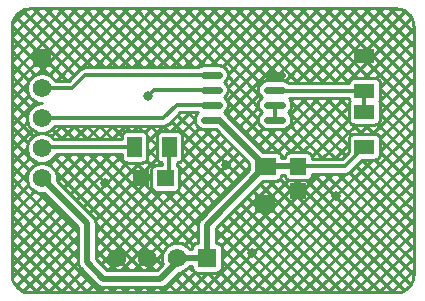
<source format=gtl>
G04 Layer: TopLayer*
G04 EasyEDA v6.4.25, 2021-11-17T17:00:31+08:00*
G04 7b095086feb547ebadca5fbbb004fff0,8eccfb12f3aa458fbbe36a5a93572a72,10*
G04 Gerber Generator version 0.2*
G04 Scale: 100 percent, Rotated: No, Reflected: No *
G04 Dimensions in millimeters *
G04 leading zeros omitted , absolute positions ,4 integer and 5 decimal *
%FSLAX45Y45*%
%MOMM*%

%ADD10C,0.2540*%
%ADD11C,0.3000*%
%ADD12C,0.5000*%
%ADD13C,0.6300*%
%ADD14C,0.8000*%
%ADD16R,1.3500X1.4100*%
%ADD17R,1.7280X1.4850*%
%ADD19R,1.7010X1.2075*%
%ADD20R,1.5748X1.5748*%
%ADD21C,1.5748*%

%LPD*%
D11*
X304800Y-1231900D02*
G01*
X317500Y-1219200D01*
X1088542Y-1219200D01*
X1348994Y-1485900D02*
G01*
X1384300Y-1450594D01*
X1384300Y-1219200D01*
X2274849Y-863600D02*
G01*
X2274849Y-990600D01*
X2274849Y-736600D02*
G01*
X2283028Y-744778D01*
X3035300Y-744778D01*
X3035300Y-744778D02*
G01*
X3035300Y-922578D01*
X3035300Y-1218336D02*
G01*
X2869336Y-1384300D01*
X2476500Y-1384300D01*
X304800Y-977900D02*
G01*
X1333500Y-977900D01*
X1447800Y-863600D01*
X1738376Y-863600D01*
X304800Y-723900D02*
G01*
X558800Y-723900D01*
X673100Y-609600D01*
X1738376Y-609600D01*
X1206500Y-787400D02*
G01*
X1257300Y-736600D01*
X1738350Y-736600D01*
D12*
X2197100Y-1384300D02*
G01*
X1803400Y-990600D01*
X1738350Y-990600D01*
X2476500Y-1384300D02*
G01*
X2197100Y-1384300D01*
X2197100Y-1384300D02*
G01*
X1701800Y-1879600D01*
X1701800Y-2159000D01*
X1701800Y-2159000D02*
G01*
X1447800Y-2159000D01*
X1447800Y-2159000D02*
G01*
X1447800Y-2197100D01*
X1308100Y-2336800D01*
X825500Y-2336800D01*
X685800Y-2197100D01*
X685800Y-1866900D01*
X304800Y-1485900D01*
D10*
X1277670Y-2263336D02*
G01*
X855929Y-2263336D01*
X855929Y-2263336D02*
G01*
X759263Y-2166670D01*
X759263Y-2166670D02*
G01*
X759263Y-1866900D01*
X759263Y-1866900D02*
G01*
X758699Y-1857813D01*
X758699Y-1857813D02*
G01*
X758261Y-1854808D01*
X758261Y-1854808D02*
G01*
X756209Y-1845938D01*
X756209Y-1845938D02*
G01*
X755282Y-1843046D01*
X755282Y-1843046D02*
G01*
X751798Y-1834635D01*
X751798Y-1834635D02*
G01*
X750408Y-1831935D01*
X750408Y-1831935D02*
G01*
X745587Y-1824212D01*
X745587Y-1824212D02*
G01*
X743772Y-1821777D01*
X743772Y-1821777D02*
G01*
X737746Y-1814953D01*
X737746Y-1814953D02*
G01*
X430061Y-1507269D01*
X430061Y-1507269D02*
G01*
X431752Y-1493887D01*
X431752Y-1493887D02*
G01*
X431752Y-1477912D01*
X431752Y-1477912D02*
G01*
X429749Y-1462064D01*
X429749Y-1462064D02*
G01*
X425777Y-1446591D01*
X425777Y-1446591D02*
G01*
X419896Y-1431739D01*
X419896Y-1431739D02*
G01*
X412201Y-1417741D01*
X412201Y-1417741D02*
G01*
X402811Y-1404817D01*
X402811Y-1404817D02*
G01*
X391876Y-1393172D01*
X391876Y-1393172D02*
G01*
X379568Y-1382990D01*
X379568Y-1382990D02*
G01*
X366080Y-1374431D01*
X366080Y-1374431D02*
G01*
X351626Y-1367629D01*
X351626Y-1367629D02*
G01*
X336434Y-1362693D01*
X336434Y-1362693D02*
G01*
X320742Y-1359699D01*
X320742Y-1359699D02*
G01*
X308029Y-1358900D01*
X308029Y-1358900D02*
G01*
X320742Y-1358100D01*
X320742Y-1358100D02*
G01*
X336434Y-1355106D01*
X336434Y-1355106D02*
G01*
X351626Y-1350170D01*
X351626Y-1350170D02*
G01*
X366080Y-1343368D01*
X366080Y-1343368D02*
G01*
X379568Y-1334809D01*
X379568Y-1334809D02*
G01*
X391876Y-1324627D01*
X391876Y-1324627D02*
G01*
X402811Y-1312982D01*
X402811Y-1312982D02*
G01*
X412201Y-1300058D01*
X412201Y-1300058D02*
G01*
X419896Y-1286060D01*
X419896Y-1286060D02*
G01*
X421241Y-1282663D01*
X421241Y-1282663D02*
G01*
X979705Y-1282663D01*
X979705Y-1282663D02*
G01*
X979705Y-1304250D01*
X979705Y-1304250D02*
G01*
X980637Y-1313705D01*
X980637Y-1313705D02*
G01*
X983395Y-1322796D01*
X983395Y-1322796D02*
G01*
X987873Y-1331175D01*
X987873Y-1331175D02*
G01*
X993900Y-1338519D01*
X993900Y-1338519D02*
G01*
X1001244Y-1344546D01*
X1001244Y-1344546D02*
G01*
X1009623Y-1349024D01*
X1009623Y-1349024D02*
G01*
X1018714Y-1351782D01*
X1018714Y-1351782D02*
G01*
X1028169Y-1352713D01*
X1028169Y-1352713D02*
G01*
X1148920Y-1352713D01*
X1148920Y-1352713D02*
G01*
X1158375Y-1351782D01*
X1158375Y-1351782D02*
G01*
X1167466Y-1349024D01*
X1167466Y-1349024D02*
G01*
X1175845Y-1344546D01*
X1175845Y-1344546D02*
G01*
X1183189Y-1338519D01*
X1183189Y-1338519D02*
G01*
X1189216Y-1331175D01*
X1189216Y-1331175D02*
G01*
X1193694Y-1322796D01*
X1193694Y-1322796D02*
G01*
X1196452Y-1313705D01*
X1196452Y-1313705D02*
G01*
X1197383Y-1304250D01*
X1197383Y-1304250D02*
G01*
X1197383Y-1134149D01*
X1197383Y-1134149D02*
G01*
X1196452Y-1124694D01*
X1196452Y-1124694D02*
G01*
X1193694Y-1115603D01*
X1193694Y-1115603D02*
G01*
X1189216Y-1107224D01*
X1189216Y-1107224D02*
G01*
X1183189Y-1099880D01*
X1183189Y-1099880D02*
G01*
X1175845Y-1093853D01*
X1175845Y-1093853D02*
G01*
X1167466Y-1089375D01*
X1167466Y-1089375D02*
G01*
X1158375Y-1086617D01*
X1158375Y-1086617D02*
G01*
X1148920Y-1085686D01*
X1148920Y-1085686D02*
G01*
X1028169Y-1085686D01*
X1028169Y-1085686D02*
G01*
X1018714Y-1086617D01*
X1018714Y-1086617D02*
G01*
X1009623Y-1089375D01*
X1009623Y-1089375D02*
G01*
X1001244Y-1093853D01*
X1001244Y-1093853D02*
G01*
X993900Y-1099880D01*
X993900Y-1099880D02*
G01*
X987873Y-1107224D01*
X987873Y-1107224D02*
G01*
X983395Y-1115603D01*
X983395Y-1115603D02*
G01*
X980637Y-1124694D01*
X980637Y-1124694D02*
G01*
X979705Y-1134149D01*
X979705Y-1134149D02*
G01*
X979705Y-1155736D01*
X979705Y-1155736D02*
G01*
X406385Y-1155736D01*
X406385Y-1155736D02*
G01*
X402811Y-1150817D01*
X402811Y-1150817D02*
G01*
X391876Y-1139172D01*
X391876Y-1139172D02*
G01*
X379568Y-1128990D01*
X379568Y-1128990D02*
G01*
X366080Y-1120431D01*
X366080Y-1120431D02*
G01*
X351626Y-1113629D01*
X351626Y-1113629D02*
G01*
X336434Y-1108693D01*
X336434Y-1108693D02*
G01*
X320742Y-1105699D01*
X320742Y-1105699D02*
G01*
X308029Y-1104900D01*
X308029Y-1104900D02*
G01*
X320742Y-1104100D01*
X320742Y-1104100D02*
G01*
X336434Y-1101106D01*
X336434Y-1101106D02*
G01*
X351626Y-1096170D01*
X351626Y-1096170D02*
G01*
X366080Y-1089368D01*
X366080Y-1089368D02*
G01*
X379568Y-1080809D01*
X379568Y-1080809D02*
G01*
X391876Y-1070627D01*
X391876Y-1070627D02*
G01*
X402811Y-1058982D01*
X402811Y-1058982D02*
G01*
X412201Y-1046058D01*
X412201Y-1046058D02*
G01*
X414782Y-1041363D01*
X414782Y-1041363D02*
G01*
X1333500Y-1041363D01*
X1333500Y-1041363D02*
G01*
X1339031Y-1041121D01*
X1339031Y-1041121D02*
G01*
X1344520Y-1040398D01*
X1344520Y-1040398D02*
G01*
X1349925Y-1039200D01*
X1349925Y-1039200D02*
G01*
X1355205Y-1037535D01*
X1355205Y-1037535D02*
G01*
X1360320Y-1035417D01*
X1360320Y-1035417D02*
G01*
X1365231Y-1032860D01*
X1365231Y-1032860D02*
G01*
X1369900Y-1029885D01*
X1369900Y-1029885D02*
G01*
X1374293Y-1026515D01*
X1374293Y-1026515D02*
G01*
X1378375Y-1022775D01*
X1378375Y-1022775D02*
G01*
X1474087Y-927063D01*
X1474087Y-927063D02*
G01*
X1628161Y-927063D01*
X1628161Y-927063D02*
G01*
X1620058Y-934057D01*
X1620058Y-934057D02*
G01*
X1611909Y-943598D01*
X1611909Y-943598D02*
G01*
X1605353Y-954297D01*
X1605353Y-954297D02*
G01*
X1600551Y-965890D01*
X1600551Y-965890D02*
G01*
X1597622Y-978091D01*
X1597622Y-978091D02*
G01*
X1596637Y-990600D01*
X1596637Y-990600D02*
G01*
X1597622Y-1003108D01*
X1597622Y-1003108D02*
G01*
X1600551Y-1015309D01*
X1600551Y-1015309D02*
G01*
X1605353Y-1026902D01*
X1605353Y-1026902D02*
G01*
X1611909Y-1037601D01*
X1611909Y-1037601D02*
G01*
X1620058Y-1047142D01*
X1620058Y-1047142D02*
G01*
X1629599Y-1055291D01*
X1629599Y-1055291D02*
G01*
X1640298Y-1061847D01*
X1640298Y-1061847D02*
G01*
X1651890Y-1066649D01*
X1651890Y-1066649D02*
G01*
X1664091Y-1069578D01*
X1664091Y-1069578D02*
G01*
X1676600Y-1070563D01*
X1676600Y-1070563D02*
G01*
X1779470Y-1070563D01*
X1779470Y-1070563D02*
G01*
X2062237Y-1353330D01*
X2062237Y-1353330D02*
G01*
X2062237Y-1415269D01*
X2062237Y-1415269D02*
G01*
X1649853Y-1827653D01*
X1649853Y-1827653D02*
G01*
X1643827Y-1834477D01*
X1643827Y-1834477D02*
G01*
X1642012Y-1836912D01*
X1642012Y-1836912D02*
G01*
X1637191Y-1844635D01*
X1637191Y-1844635D02*
G01*
X1635801Y-1847335D01*
X1635801Y-1847335D02*
G01*
X1632317Y-1855746D01*
X1632317Y-1855746D02*
G01*
X1631390Y-1858638D01*
X1631390Y-1858638D02*
G01*
X1629338Y-1867508D01*
X1629338Y-1867508D02*
G01*
X1628900Y-1870513D01*
X1628900Y-1870513D02*
G01*
X1628336Y-1879600D01*
X1628336Y-1879600D02*
G01*
X1628336Y-2031796D01*
X1628336Y-2031796D02*
G01*
X1623060Y-2031796D01*
X1623060Y-2031796D02*
G01*
X1613605Y-2032727D01*
X1613605Y-2032727D02*
G01*
X1604513Y-2035485D01*
X1604513Y-2035485D02*
G01*
X1596135Y-2039964D01*
X1596135Y-2039964D02*
G01*
X1588791Y-2045991D01*
X1588791Y-2045991D02*
G01*
X1582764Y-2053335D01*
X1582764Y-2053335D02*
G01*
X1578285Y-2061713D01*
X1578285Y-2061713D02*
G01*
X1575527Y-2070805D01*
X1575527Y-2070805D02*
G01*
X1574596Y-2080260D01*
X1574596Y-2080260D02*
G01*
X1574596Y-2085536D01*
X1574596Y-2085536D02*
G01*
X1551537Y-2085536D01*
X1551537Y-2085536D02*
G01*
X1550709Y-2084231D01*
X1550709Y-2084231D02*
G01*
X1540527Y-2071923D01*
X1540527Y-2071923D02*
G01*
X1528882Y-2060988D01*
X1528882Y-2060988D02*
G01*
X1515958Y-2051598D01*
X1515958Y-2051598D02*
G01*
X1501960Y-2043903D01*
X1501960Y-2043903D02*
G01*
X1487108Y-2038022D01*
X1487108Y-2038022D02*
G01*
X1471635Y-2034050D01*
X1471635Y-2034050D02*
G01*
X1455787Y-2032047D01*
X1455787Y-2032047D02*
G01*
X1439812Y-2032047D01*
X1439812Y-2032047D02*
G01*
X1423964Y-2034050D01*
X1423964Y-2034050D02*
G01*
X1408491Y-2038022D01*
X1408491Y-2038022D02*
G01*
X1393639Y-2043903D01*
X1393639Y-2043903D02*
G01*
X1379641Y-2051598D01*
X1379641Y-2051598D02*
G01*
X1366717Y-2060988D01*
X1366717Y-2060988D02*
G01*
X1355072Y-2071923D01*
X1355072Y-2071923D02*
G01*
X1344890Y-2084231D01*
X1344890Y-2084231D02*
G01*
X1336331Y-2097719D01*
X1336331Y-2097719D02*
G01*
X1329529Y-2112173D01*
X1329529Y-2112173D02*
G01*
X1324593Y-2127365D01*
X1324593Y-2127365D02*
G01*
X1321599Y-2143057D01*
X1321599Y-2143057D02*
G01*
X1320596Y-2159000D01*
X1320596Y-2159000D02*
G01*
X1321599Y-2174942D01*
X1321599Y-2174942D02*
G01*
X1324593Y-2190634D01*
X1324593Y-2190634D02*
G01*
X1329529Y-2205826D01*
X1329529Y-2205826D02*
G01*
X1331337Y-2209669D01*
X1331337Y-2209669D02*
G01*
X1277670Y-2263336D01*
X1238200Y-1580325D02*
G01*
X1244227Y-1587669D01*
X1244227Y-1587669D02*
G01*
X1251571Y-1593696D01*
X1251571Y-1593696D02*
G01*
X1259950Y-1598174D01*
X1259950Y-1598174D02*
G01*
X1269041Y-1600932D01*
X1269041Y-1600932D02*
G01*
X1278496Y-1601863D01*
X1278496Y-1601863D02*
G01*
X1419496Y-1601863D01*
X1419496Y-1601863D02*
G01*
X1428951Y-1600932D01*
X1428951Y-1600932D02*
G01*
X1438042Y-1598174D01*
X1438042Y-1598174D02*
G01*
X1446421Y-1593696D01*
X1446421Y-1593696D02*
G01*
X1453765Y-1587669D01*
X1453765Y-1587669D02*
G01*
X1459792Y-1580325D01*
X1459792Y-1580325D02*
G01*
X1464270Y-1571946D01*
X1464270Y-1571946D02*
G01*
X1467028Y-1562855D01*
X1467028Y-1562855D02*
G01*
X1467959Y-1553400D01*
X1467959Y-1553400D02*
G01*
X1467959Y-1418399D01*
X1467959Y-1418399D02*
G01*
X1467028Y-1408944D01*
X1467028Y-1408944D02*
G01*
X1464270Y-1399853D01*
X1464270Y-1399853D02*
G01*
X1459792Y-1391474D01*
X1459792Y-1391474D02*
G01*
X1453765Y-1384130D01*
X1453765Y-1384130D02*
G01*
X1447763Y-1379205D01*
X1447763Y-1379205D02*
G01*
X1447763Y-1352409D01*
X1447763Y-1352409D02*
G01*
X1454127Y-1351782D01*
X1454127Y-1351782D02*
G01*
X1463219Y-1349024D01*
X1463219Y-1349024D02*
G01*
X1471598Y-1344546D01*
X1471598Y-1344546D02*
G01*
X1478941Y-1338519D01*
X1478941Y-1338519D02*
G01*
X1484968Y-1331175D01*
X1484968Y-1331175D02*
G01*
X1489447Y-1322796D01*
X1489447Y-1322796D02*
G01*
X1492205Y-1313705D01*
X1492205Y-1313705D02*
G01*
X1493136Y-1304250D01*
X1493136Y-1304250D02*
G01*
X1493136Y-1134149D01*
X1493136Y-1134149D02*
G01*
X1492205Y-1124694D01*
X1492205Y-1124694D02*
G01*
X1489447Y-1115603D01*
X1489447Y-1115603D02*
G01*
X1484968Y-1107224D01*
X1484968Y-1107224D02*
G01*
X1478941Y-1099880D01*
X1478941Y-1099880D02*
G01*
X1471598Y-1093853D01*
X1471598Y-1093853D02*
G01*
X1463219Y-1089375D01*
X1463219Y-1089375D02*
G01*
X1454127Y-1086617D01*
X1454127Y-1086617D02*
G01*
X1444673Y-1085686D01*
X1444673Y-1085686D02*
G01*
X1323921Y-1085686D01*
X1323921Y-1085686D02*
G01*
X1314467Y-1086617D01*
X1314467Y-1086617D02*
G01*
X1305375Y-1089375D01*
X1305375Y-1089375D02*
G01*
X1296996Y-1093853D01*
X1296996Y-1093853D02*
G01*
X1289652Y-1099880D01*
X1289652Y-1099880D02*
G01*
X1283626Y-1107224D01*
X1283626Y-1107224D02*
G01*
X1279147Y-1115603D01*
X1279147Y-1115603D02*
G01*
X1276389Y-1124694D01*
X1276389Y-1124694D02*
G01*
X1275458Y-1134149D01*
X1275458Y-1134149D02*
G01*
X1275458Y-1304250D01*
X1275458Y-1304250D02*
G01*
X1276389Y-1313705D01*
X1276389Y-1313705D02*
G01*
X1279147Y-1322796D01*
X1279147Y-1322796D02*
G01*
X1283626Y-1331175D01*
X1283626Y-1331175D02*
G01*
X1289652Y-1338519D01*
X1289652Y-1338519D02*
G01*
X1296996Y-1344546D01*
X1296996Y-1344546D02*
G01*
X1305375Y-1349024D01*
X1305375Y-1349024D02*
G01*
X1314467Y-1351782D01*
X1314467Y-1351782D02*
G01*
X1320836Y-1352410D01*
X1320836Y-1352410D02*
G01*
X1320836Y-1369936D01*
X1320836Y-1369936D02*
G01*
X1278496Y-1369936D01*
X1278496Y-1369936D02*
G01*
X1269041Y-1370867D01*
X1269041Y-1370867D02*
G01*
X1259950Y-1373625D01*
X1259950Y-1373625D02*
G01*
X1251571Y-1378103D01*
X1251571Y-1378103D02*
G01*
X1244227Y-1384130D01*
X1244227Y-1384130D02*
G01*
X1238200Y-1391474D01*
X1238200Y-1391474D02*
G01*
X1233722Y-1399853D01*
X1233722Y-1399853D02*
G01*
X1230964Y-1408944D01*
X1230964Y-1408944D02*
G01*
X1230033Y-1418399D01*
X1230033Y-1418399D02*
G01*
X1230033Y-1553400D01*
X1230033Y-1553400D02*
G01*
X1230964Y-1562855D01*
X1230964Y-1562855D02*
G01*
X1233722Y-1571946D01*
X1233722Y-1571946D02*
G01*
X1238200Y-1580325D01*
X759263Y-2089217D02*
G01*
X933382Y-2263336D01*
X759263Y-1981454D02*
G01*
X1041145Y-2263336D01*
X759263Y-1873690D02*
G01*
X1148909Y-2263336D01*
X345497Y-1352162D02*
G01*
X370694Y-1377358D01*
X413574Y-1420239D02*
G01*
X1256672Y-2263336D01*
X407553Y-1306455D02*
G01*
X1321052Y-2219954D01*
X313422Y-1104560D02*
G01*
X314146Y-1105284D01*
X491524Y-1282663D02*
G01*
X1327446Y-2118584D01*
X389345Y-1072720D02*
G01*
X472361Y-1155736D01*
X599287Y-1282663D02*
G01*
X1373027Y-2056403D01*
X465750Y-1041363D02*
G01*
X580124Y-1155736D01*
X707050Y-1282663D02*
G01*
X1456529Y-2032141D01*
X573513Y-1041363D02*
G01*
X687887Y-1155736D01*
X814813Y-1282663D02*
G01*
X1583991Y-2051840D01*
X681277Y-1041363D02*
G01*
X795650Y-1155736D01*
X922577Y-1282663D02*
G01*
X1628336Y-1988422D01*
X789040Y-1041363D02*
G01*
X903413Y-1155736D01*
X1100390Y-1352713D02*
G01*
X1230033Y-1482356D01*
X1349540Y-1601863D02*
G01*
X1628336Y-1880659D01*
X896803Y-1041363D02*
G01*
X980592Y-1125152D01*
X1188043Y-1332604D02*
G01*
X1242128Y-1386688D01*
X1447912Y-1592472D02*
G01*
X1666473Y-1811033D01*
X1004566Y-1041363D02*
G01*
X1048889Y-1085686D01*
X1197383Y-1234180D02*
G01*
X1276332Y-1313129D01*
X1315042Y-1351839D02*
G01*
X1320836Y-1357633D01*
X1467959Y-1504756D02*
G01*
X1720355Y-1757152D01*
X1112329Y-1041363D02*
G01*
X1157496Y-1086530D01*
X1196539Y-1125573D02*
G01*
X1275458Y-1204492D01*
X1447763Y-1376797D02*
G01*
X1774236Y-1703270D01*
X1220092Y-1041363D02*
G01*
X1284675Y-1105946D01*
X1492225Y-1313496D02*
G01*
X1828118Y-1649389D01*
X1327855Y-1041363D02*
G01*
X1372178Y-1085686D01*
X1493136Y-1206644D02*
G01*
X1881999Y-1595507D01*
X1397702Y-1003447D02*
G01*
X1935881Y-1541626D01*
X1451584Y-949566D02*
G01*
X1989762Y-1487744D01*
X1536844Y-927063D02*
G01*
X1596910Y-987129D01*
X1680344Y-1070563D02*
G01*
X2043644Y-1433863D01*
X1511684Y-2049248D02*
G01*
X1628336Y-1932596D01*
X1189833Y-2263336D02*
G01*
X1324307Y-2128862D01*
X1417447Y-2035723D02*
G01*
X2062237Y-1390933D01*
X1082070Y-2263336D02*
G01*
X2027157Y-1318250D01*
X974307Y-2263336D02*
G01*
X1973275Y-1264368D01*
X866544Y-2263336D02*
G01*
X1919394Y-1210487D01*
X807355Y-2214762D02*
G01*
X1420337Y-1601780D01*
X1467877Y-1554240D02*
G01*
X1865512Y-1156605D01*
X759263Y-2155091D02*
G01*
X1312491Y-1601863D01*
X1467959Y-1446395D02*
G01*
X1811631Y-1102723D01*
X759263Y-2047328D02*
G01*
X1234043Y-1572548D01*
X1447763Y-1358828D02*
G01*
X1455106Y-1351485D01*
X1491908Y-1314683D02*
G01*
X1736029Y-1070563D01*
X759263Y-1939565D02*
G01*
X1230033Y-1468795D01*
X1493136Y-1205692D02*
G01*
X1638241Y-1060587D01*
X753155Y-1837910D02*
G01*
X1276615Y-1314450D01*
X1484460Y-1106605D02*
G01*
X1596917Y-994148D01*
X703047Y-1780255D02*
G01*
X1130589Y-1352713D01*
X1197383Y-1285918D02*
G01*
X1275458Y-1207844D01*
X1397616Y-1085686D02*
G01*
X1556239Y-927063D01*
X649166Y-1726373D02*
G01*
X1023305Y-1352234D01*
X1197383Y-1178155D02*
G01*
X1334207Y-1041332D01*
X595284Y-1672491D02*
G01*
X979705Y-1288070D01*
X1174592Y-1093183D02*
G01*
X1226413Y-1041363D01*
X541403Y-1618610D02*
G01*
X877350Y-1282663D01*
X1074327Y-1085686D02*
G01*
X1118650Y-1041363D01*
X487521Y-1564728D02*
G01*
X769587Y-1282663D01*
X896513Y-1155736D02*
G01*
X1010887Y-1041363D01*
X433639Y-1510847D02*
G01*
X661824Y-1282663D01*
X788750Y-1155736D02*
G01*
X903124Y-1041363D01*
X414606Y-1422117D02*
G01*
X554061Y-1282663D01*
X680987Y-1155736D02*
G01*
X795361Y-1041363D01*
X358226Y-1370735D02*
G01*
X446298Y-1282663D01*
X573224Y-1155736D02*
G01*
X687598Y-1041363D01*
X465461Y-1155736D02*
G01*
X579835Y-1041363D01*
X382236Y-1131198D02*
G01*
X472071Y-1041363D01*
X92887Y-2407112D02*
G01*
X82904Y-2396098D01*
X82904Y-2396098D02*
G01*
X74049Y-2384158D01*
X74049Y-2384158D02*
G01*
X66406Y-2371407D01*
X66406Y-2371407D02*
G01*
X60050Y-2357969D01*
X60050Y-2357969D02*
G01*
X55042Y-2343972D01*
X55042Y-2343972D02*
G01*
X51430Y-2329552D01*
X51430Y-2329552D02*
G01*
X49249Y-2314848D01*
X49249Y-2314848D02*
G01*
X48463Y-2298841D01*
X48463Y-2298841D02*
G01*
X48463Y-201158D01*
X48463Y-201158D02*
G01*
X49249Y-185152D01*
X49249Y-185152D02*
G01*
X51430Y-170447D01*
X51430Y-170447D02*
G01*
X55042Y-156027D01*
X55042Y-156027D02*
G01*
X60050Y-142030D01*
X60050Y-142030D02*
G01*
X66406Y-128592D01*
X66406Y-128592D02*
G01*
X74049Y-115842D01*
X74049Y-115842D02*
G01*
X82904Y-103902D01*
X82904Y-103902D02*
G01*
X92887Y-92887D01*
X92887Y-92887D02*
G01*
X103902Y-82904D01*
X103902Y-82904D02*
G01*
X115842Y-74049D01*
X115842Y-74049D02*
G01*
X128592Y-66406D01*
X128592Y-66406D02*
G01*
X142030Y-60050D01*
X142030Y-60050D02*
G01*
X156027Y-55042D01*
X156027Y-55042D02*
G01*
X170447Y-51430D01*
X170447Y-51430D02*
G01*
X185152Y-49249D01*
X185152Y-49249D02*
G01*
X201158Y-48463D01*
X201158Y-48463D02*
G01*
X3298842Y-48463D01*
X3298842Y-48463D02*
G01*
X3314848Y-49249D01*
X3314848Y-49249D02*
G01*
X3329553Y-51430D01*
X3329553Y-51430D02*
G01*
X3343973Y-55042D01*
X3343973Y-55042D02*
G01*
X3357969Y-60050D01*
X3357969Y-60050D02*
G01*
X3371408Y-66406D01*
X3371408Y-66406D02*
G01*
X3384158Y-74049D01*
X3384158Y-74049D02*
G01*
X3396098Y-82904D01*
X3396098Y-82904D02*
G01*
X3407113Y-92887D01*
X3407113Y-92887D02*
G01*
X3417096Y-103902D01*
X3417096Y-103902D02*
G01*
X3425951Y-115842D01*
X3425951Y-115842D02*
G01*
X3433594Y-128592D01*
X3433594Y-128592D02*
G01*
X3439949Y-142030D01*
X3439949Y-142030D02*
G01*
X3444957Y-156027D01*
X3444957Y-156027D02*
G01*
X3448569Y-170447D01*
X3448569Y-170447D02*
G01*
X3450751Y-185152D01*
X3450751Y-185152D02*
G01*
X3451537Y-201158D01*
X3451537Y-201158D02*
G01*
X3451537Y-2298841D01*
X3451537Y-2298841D02*
G01*
X3450751Y-2314848D01*
X3450751Y-2314848D02*
G01*
X3448569Y-2329552D01*
X3448569Y-2329552D02*
G01*
X3444957Y-2343972D01*
X3444957Y-2343972D02*
G01*
X3439949Y-2357969D01*
X3439949Y-2357969D02*
G01*
X3433594Y-2371407D01*
X3433594Y-2371407D02*
G01*
X3425951Y-2384158D01*
X3425951Y-2384158D02*
G01*
X3417096Y-2396098D01*
X3417096Y-2396098D02*
G01*
X3407113Y-2407112D01*
X3407113Y-2407112D02*
G01*
X3396098Y-2417095D01*
X3396098Y-2417095D02*
G01*
X3384158Y-2425950D01*
X3384158Y-2425950D02*
G01*
X3371408Y-2433593D01*
X3371408Y-2433593D02*
G01*
X3357969Y-2439949D01*
X3357969Y-2439949D02*
G01*
X3343973Y-2444957D01*
X3343973Y-2444957D02*
G01*
X3329553Y-2448569D01*
X3329553Y-2448569D02*
G01*
X3314848Y-2450750D01*
X3314848Y-2450750D02*
G01*
X3298842Y-2451536D01*
X3298842Y-2451536D02*
G01*
X201158Y-2451536D01*
X201158Y-2451536D02*
G01*
X185152Y-2450750D01*
X185152Y-2450750D02*
G01*
X170447Y-2448569D01*
X170447Y-2448569D02*
G01*
X156027Y-2444957D01*
X156027Y-2444957D02*
G01*
X142030Y-2439949D01*
X142030Y-2439949D02*
G01*
X128592Y-2433593D01*
X128592Y-2433593D02*
G01*
X115842Y-2425950D01*
X115842Y-2425950D02*
G01*
X103902Y-2417095D01*
X103902Y-2417095D02*
G01*
X92887Y-2407112D01*
X773553Y-2388746D02*
G01*
X780377Y-2394772D01*
X780377Y-2394772D02*
G01*
X782812Y-2396587D01*
X782812Y-2396587D02*
G01*
X790535Y-2401408D01*
X790535Y-2401408D02*
G01*
X793235Y-2402798D01*
X793235Y-2402798D02*
G01*
X801646Y-2406282D01*
X801646Y-2406282D02*
G01*
X804538Y-2407209D01*
X804538Y-2407209D02*
G01*
X813408Y-2409261D01*
X813408Y-2409261D02*
G01*
X816413Y-2409699D01*
X816413Y-2409699D02*
G01*
X825500Y-2410263D01*
X825500Y-2410263D02*
G01*
X1308100Y-2410263D01*
X1308100Y-2410263D02*
G01*
X1317186Y-2409699D01*
X1317186Y-2409699D02*
G01*
X1320191Y-2409261D01*
X1320191Y-2409261D02*
G01*
X1329061Y-2407209D01*
X1329061Y-2407209D02*
G01*
X1331953Y-2406282D01*
X1331953Y-2406282D02*
G01*
X1340364Y-2402798D01*
X1340364Y-2402798D02*
G01*
X1343064Y-2401408D01*
X1343064Y-2401408D02*
G01*
X1350787Y-2396587D01*
X1350787Y-2396587D02*
G01*
X1353222Y-2394772D01*
X1353222Y-2394772D02*
G01*
X1360046Y-2388746D01*
X1360046Y-2388746D02*
G01*
X1463860Y-2284932D01*
X1463860Y-2284932D02*
G01*
X1471635Y-2283949D01*
X1471635Y-2283949D02*
G01*
X1487108Y-2279977D01*
X1487108Y-2279977D02*
G01*
X1501960Y-2274096D01*
X1501960Y-2274096D02*
G01*
X1515958Y-2266401D01*
X1515958Y-2266401D02*
G01*
X1528882Y-2257011D01*
X1528882Y-2257011D02*
G01*
X1540527Y-2246076D01*
X1540527Y-2246076D02*
G01*
X1550709Y-2233768D01*
X1550709Y-2233768D02*
G01*
X1551537Y-2232463D01*
X1551537Y-2232463D02*
G01*
X1574596Y-2232463D01*
X1574596Y-2232463D02*
G01*
X1574596Y-2237739D01*
X1574596Y-2237739D02*
G01*
X1575527Y-2247194D01*
X1575527Y-2247194D02*
G01*
X1578285Y-2256286D01*
X1578285Y-2256286D02*
G01*
X1582764Y-2264664D01*
X1582764Y-2264664D02*
G01*
X1588791Y-2272008D01*
X1588791Y-2272008D02*
G01*
X1596135Y-2278035D01*
X1596135Y-2278035D02*
G01*
X1604513Y-2282514D01*
X1604513Y-2282514D02*
G01*
X1613605Y-2285272D01*
X1613605Y-2285272D02*
G01*
X1623060Y-2286203D01*
X1623060Y-2286203D02*
G01*
X1780539Y-2286203D01*
X1780539Y-2286203D02*
G01*
X1789994Y-2285272D01*
X1789994Y-2285272D02*
G01*
X1799086Y-2282514D01*
X1799086Y-2282514D02*
G01*
X1807464Y-2278035D01*
X1807464Y-2278035D02*
G01*
X1814808Y-2272008D01*
X1814808Y-2272008D02*
G01*
X1820835Y-2264664D01*
X1820835Y-2264664D02*
G01*
X1825314Y-2256286D01*
X1825314Y-2256286D02*
G01*
X1828072Y-2247194D01*
X1828072Y-2247194D02*
G01*
X1829003Y-2237739D01*
X1829003Y-2237739D02*
G01*
X1829003Y-2080260D01*
X1829003Y-2080260D02*
G01*
X1828072Y-2070805D01*
X1828072Y-2070805D02*
G01*
X1825314Y-2061713D01*
X1825314Y-2061713D02*
G01*
X1820835Y-2053335D01*
X1820835Y-2053335D02*
G01*
X1814808Y-2045991D01*
X1814808Y-2045991D02*
G01*
X1807464Y-2039964D01*
X1807464Y-2039964D02*
G01*
X1799086Y-2035485D01*
X1799086Y-2035485D02*
G01*
X1789994Y-2032727D01*
X1789994Y-2032727D02*
G01*
X1780539Y-2031796D01*
X1780539Y-2031796D02*
G01*
X1775263Y-2031796D01*
X1775263Y-2031796D02*
G01*
X1775263Y-1910029D01*
X1775263Y-1910029D02*
G01*
X2178271Y-1507021D01*
X2178271Y-1507021D02*
G01*
X2283499Y-1507021D01*
X2283499Y-1507021D02*
G01*
X2292954Y-1506090D01*
X2292954Y-1506090D02*
G01*
X2302045Y-1503332D01*
X2302045Y-1503332D02*
G01*
X2310424Y-1498853D01*
X2310424Y-1498853D02*
G01*
X2317768Y-1492826D01*
X2317768Y-1492826D02*
G01*
X2323794Y-1485482D01*
X2323794Y-1485482D02*
G01*
X2328273Y-1477104D01*
X2328273Y-1477104D02*
G01*
X2331031Y-1468012D01*
X2331031Y-1468012D02*
G01*
X2331962Y-1457763D01*
X2331962Y-1457763D02*
G01*
X2360828Y-1457763D01*
X2360828Y-1457763D02*
G01*
X2361467Y-1464252D01*
X2361467Y-1464252D02*
G01*
X2364225Y-1473343D01*
X2364225Y-1473343D02*
G01*
X2368703Y-1481722D01*
X2368703Y-1481722D02*
G01*
X2374730Y-1489066D01*
X2374730Y-1489066D02*
G01*
X2382074Y-1495093D01*
X2382074Y-1495093D02*
G01*
X2390453Y-1499571D01*
X2390453Y-1499571D02*
G01*
X2399544Y-1502329D01*
X2399544Y-1502329D02*
G01*
X2408999Y-1503260D01*
X2408999Y-1503260D02*
G01*
X2544000Y-1503260D01*
X2544000Y-1503260D02*
G01*
X2553455Y-1502329D01*
X2553455Y-1502329D02*
G01*
X2562546Y-1499571D01*
X2562546Y-1499571D02*
G01*
X2570925Y-1495093D01*
X2570925Y-1495093D02*
G01*
X2578269Y-1489066D01*
X2578269Y-1489066D02*
G01*
X2584296Y-1481722D01*
X2584296Y-1481722D02*
G01*
X2588774Y-1473343D01*
X2588774Y-1473343D02*
G01*
X2591532Y-1464252D01*
X2591532Y-1464252D02*
G01*
X2592463Y-1454797D01*
X2592463Y-1454797D02*
G01*
X2592463Y-1447763D01*
X2592463Y-1447763D02*
G01*
X2869336Y-1447763D01*
X2869336Y-1447763D02*
G01*
X2874867Y-1447521D01*
X2874867Y-1447521D02*
G01*
X2880356Y-1446798D01*
X2880356Y-1446798D02*
G01*
X2885761Y-1445600D01*
X2885761Y-1445600D02*
G01*
X2891041Y-1443935D01*
X2891041Y-1443935D02*
G01*
X2896157Y-1441817D01*
X2896157Y-1441817D02*
G01*
X2901068Y-1439260D01*
X2901068Y-1439260D02*
G01*
X2905737Y-1436285D01*
X2905737Y-1436285D02*
G01*
X2910129Y-1432915D01*
X2910129Y-1432915D02*
G01*
X2914211Y-1429175D01*
X2914211Y-1429175D02*
G01*
X3016213Y-1327172D01*
X3016213Y-1327172D02*
G01*
X3120350Y-1327172D01*
X3120350Y-1327172D02*
G01*
X3129805Y-1326241D01*
X3129805Y-1326241D02*
G01*
X3138896Y-1323483D01*
X3138896Y-1323483D02*
G01*
X3147275Y-1319005D01*
X3147275Y-1319005D02*
G01*
X3154619Y-1312978D01*
X3154619Y-1312978D02*
G01*
X3160646Y-1305634D01*
X3160646Y-1305634D02*
G01*
X3165124Y-1297255D01*
X3165124Y-1297255D02*
G01*
X3167882Y-1288164D01*
X3167882Y-1288164D02*
G01*
X3168813Y-1278709D01*
X3168813Y-1278709D02*
G01*
X3168813Y-1157958D01*
X3168813Y-1157958D02*
G01*
X3167882Y-1148503D01*
X3167882Y-1148503D02*
G01*
X3165124Y-1139411D01*
X3165124Y-1139411D02*
G01*
X3160646Y-1131033D01*
X3160646Y-1131033D02*
G01*
X3154619Y-1123689D01*
X3154619Y-1123689D02*
G01*
X3147275Y-1117662D01*
X3147275Y-1117662D02*
G01*
X3138896Y-1113183D01*
X3138896Y-1113183D02*
G01*
X3129805Y-1110426D01*
X3129805Y-1110426D02*
G01*
X3120350Y-1109494D01*
X3120350Y-1109494D02*
G01*
X2950249Y-1109494D01*
X2950249Y-1109494D02*
G01*
X2940794Y-1110426D01*
X2940794Y-1110426D02*
G01*
X2931703Y-1113183D01*
X2931703Y-1113183D02*
G01*
X2923324Y-1117662D01*
X2923324Y-1117662D02*
G01*
X2915980Y-1123689D01*
X2915980Y-1123689D02*
G01*
X2909953Y-1131033D01*
X2909953Y-1131033D02*
G01*
X2905475Y-1139411D01*
X2905475Y-1139411D02*
G01*
X2902717Y-1148503D01*
X2902717Y-1148503D02*
G01*
X2901786Y-1157958D01*
X2901786Y-1157958D02*
G01*
X2901786Y-1262099D01*
X2901786Y-1262099D02*
G01*
X2843049Y-1320836D01*
X2843049Y-1320836D02*
G01*
X2592463Y-1320836D01*
X2592463Y-1320836D02*
G01*
X2592463Y-1313797D01*
X2592463Y-1313797D02*
G01*
X2591532Y-1304342D01*
X2591532Y-1304342D02*
G01*
X2588774Y-1295251D01*
X2588774Y-1295251D02*
G01*
X2584296Y-1286872D01*
X2584296Y-1286872D02*
G01*
X2578269Y-1279528D01*
X2578269Y-1279528D02*
G01*
X2570925Y-1273501D01*
X2570925Y-1273501D02*
G01*
X2562546Y-1269023D01*
X2562546Y-1269023D02*
G01*
X2553455Y-1266265D01*
X2553455Y-1266265D02*
G01*
X2544000Y-1265334D01*
X2544000Y-1265334D02*
G01*
X2408999Y-1265334D01*
X2408999Y-1265334D02*
G01*
X2399544Y-1266265D01*
X2399544Y-1266265D02*
G01*
X2390453Y-1269023D01*
X2390453Y-1269023D02*
G01*
X2382074Y-1273501D01*
X2382074Y-1273501D02*
G01*
X2374730Y-1279528D01*
X2374730Y-1279528D02*
G01*
X2368703Y-1286872D01*
X2368703Y-1286872D02*
G01*
X2364225Y-1295251D01*
X2364225Y-1295251D02*
G01*
X2361467Y-1304342D01*
X2361467Y-1304342D02*
G01*
X2360827Y-1310836D01*
X2360827Y-1310836D02*
G01*
X2331962Y-1310836D01*
X2331962Y-1310836D02*
G01*
X2331031Y-1300602D01*
X2331031Y-1300602D02*
G01*
X2328273Y-1291511D01*
X2328273Y-1291511D02*
G01*
X2323794Y-1283132D01*
X2323794Y-1283132D02*
G01*
X2317768Y-1275788D01*
X2317768Y-1275788D02*
G01*
X2310424Y-1269761D01*
X2310424Y-1269761D02*
G01*
X2302045Y-1265282D01*
X2302045Y-1265282D02*
G01*
X2292954Y-1262525D01*
X2292954Y-1262525D02*
G01*
X2283499Y-1261593D01*
X2283499Y-1261593D02*
G01*
X2178286Y-1261593D01*
X2178286Y-1261593D02*
G01*
X1871601Y-954908D01*
X1871601Y-954908D02*
G01*
X1871348Y-954297D01*
X1871348Y-954297D02*
G01*
X1864792Y-943598D01*
X1864792Y-943598D02*
G01*
X1856642Y-934057D01*
X1856642Y-934057D02*
G01*
X1848496Y-927100D01*
X1848496Y-927100D02*
G01*
X1856642Y-920142D01*
X1856642Y-920142D02*
G01*
X1864792Y-910601D01*
X1864792Y-910601D02*
G01*
X1871348Y-899902D01*
X1871348Y-899902D02*
G01*
X1876149Y-888309D01*
X1876149Y-888309D02*
G01*
X1879079Y-876108D01*
X1879079Y-876108D02*
G01*
X1880063Y-863600D01*
X1880063Y-863600D02*
G01*
X1879079Y-851091D01*
X1879079Y-851091D02*
G01*
X1876149Y-838890D01*
X1876149Y-838890D02*
G01*
X1871348Y-827297D01*
X1871348Y-827297D02*
G01*
X1864792Y-816598D01*
X1864792Y-816598D02*
G01*
X1856642Y-807057D01*
X1856642Y-807057D02*
G01*
X1848496Y-800100D01*
X1848496Y-800100D02*
G01*
X1856642Y-793142D01*
X1856642Y-793142D02*
G01*
X1864792Y-783601D01*
X1864792Y-783601D02*
G01*
X1871348Y-772902D01*
X1871348Y-772902D02*
G01*
X1876149Y-761309D01*
X1876149Y-761309D02*
G01*
X1879079Y-749108D01*
X1879079Y-749108D02*
G01*
X1880063Y-736600D01*
X1880063Y-736600D02*
G01*
X1879079Y-724091D01*
X1879079Y-724091D02*
G01*
X1876149Y-711890D01*
X1876149Y-711890D02*
G01*
X1871348Y-700297D01*
X1871348Y-700297D02*
G01*
X1864792Y-689598D01*
X1864792Y-689598D02*
G01*
X1856642Y-680057D01*
X1856642Y-680057D02*
G01*
X1848496Y-673100D01*
X1848496Y-673100D02*
G01*
X1856642Y-666142D01*
X1856642Y-666142D02*
G01*
X1864792Y-656601D01*
X1864792Y-656601D02*
G01*
X1871348Y-645902D01*
X1871348Y-645902D02*
G01*
X1876149Y-634309D01*
X1876149Y-634309D02*
G01*
X1879079Y-622108D01*
X1879079Y-622108D02*
G01*
X1880063Y-609600D01*
X1880063Y-609600D02*
G01*
X1879079Y-597091D01*
X1879079Y-597091D02*
G01*
X1876149Y-584890D01*
X1876149Y-584890D02*
G01*
X1871348Y-573297D01*
X1871348Y-573297D02*
G01*
X1864792Y-562598D01*
X1864792Y-562598D02*
G01*
X1856642Y-553057D01*
X1856642Y-553057D02*
G01*
X1847101Y-544908D01*
X1847101Y-544908D02*
G01*
X1836402Y-538352D01*
X1836402Y-538352D02*
G01*
X1824810Y-533550D01*
X1824810Y-533550D02*
G01*
X1812609Y-530621D01*
X1812609Y-530621D02*
G01*
X1800100Y-529636D01*
X1800100Y-529636D02*
G01*
X1676600Y-529636D01*
X1676600Y-529636D02*
G01*
X1664091Y-530621D01*
X1664091Y-530621D02*
G01*
X1651890Y-533550D01*
X1651890Y-533550D02*
G01*
X1640298Y-538352D01*
X1640298Y-538352D02*
G01*
X1629599Y-544908D01*
X1629599Y-544908D02*
G01*
X1628161Y-546136D01*
X1628161Y-546136D02*
G01*
X673100Y-546136D01*
X673100Y-546136D02*
G01*
X667568Y-546378D01*
X667568Y-546378D02*
G01*
X662079Y-547101D01*
X662079Y-547101D02*
G01*
X656674Y-548299D01*
X656674Y-548299D02*
G01*
X651394Y-549964D01*
X651394Y-549964D02*
G01*
X646279Y-552082D01*
X646279Y-552082D02*
G01*
X641368Y-554639D01*
X641368Y-554639D02*
G01*
X636699Y-557614D01*
X636699Y-557614D02*
G01*
X632306Y-560984D01*
X632306Y-560984D02*
G01*
X628224Y-564724D01*
X628224Y-564724D02*
G01*
X532512Y-660436D01*
X532512Y-660436D02*
G01*
X414782Y-660436D01*
X414782Y-660436D02*
G01*
X412201Y-655741D01*
X412201Y-655741D02*
G01*
X402811Y-642817D01*
X402811Y-642817D02*
G01*
X391876Y-631172D01*
X391876Y-631172D02*
G01*
X379568Y-620990D01*
X379568Y-620990D02*
G01*
X366080Y-612431D01*
X366080Y-612431D02*
G01*
X351626Y-605629D01*
X351626Y-605629D02*
G01*
X336434Y-600693D01*
X336434Y-600693D02*
G01*
X320742Y-597699D01*
X320742Y-597699D02*
G01*
X304800Y-596696D01*
X304800Y-596696D02*
G01*
X288857Y-597699D01*
X288857Y-597699D02*
G01*
X273165Y-600693D01*
X273165Y-600693D02*
G01*
X257973Y-605629D01*
X257973Y-605629D02*
G01*
X243519Y-612431D01*
X243519Y-612431D02*
G01*
X230031Y-620990D01*
X230031Y-620990D02*
G01*
X217723Y-631172D01*
X217723Y-631172D02*
G01*
X206788Y-642817D01*
X206788Y-642817D02*
G01*
X197398Y-655741D01*
X197398Y-655741D02*
G01*
X189703Y-669739D01*
X189703Y-669739D02*
G01*
X183822Y-684591D01*
X183822Y-684591D02*
G01*
X179850Y-700064D01*
X179850Y-700064D02*
G01*
X177847Y-715912D01*
X177847Y-715912D02*
G01*
X177847Y-731887D01*
X177847Y-731887D02*
G01*
X179850Y-747735D01*
X179850Y-747735D02*
G01*
X183822Y-763208D01*
X183822Y-763208D02*
G01*
X189703Y-778060D01*
X189703Y-778060D02*
G01*
X197398Y-792058D01*
X197398Y-792058D02*
G01*
X206788Y-804982D01*
X206788Y-804982D02*
G01*
X217723Y-816627D01*
X217723Y-816627D02*
G01*
X230031Y-826809D01*
X230031Y-826809D02*
G01*
X243519Y-835368D01*
X243519Y-835368D02*
G01*
X257973Y-842170D01*
X257973Y-842170D02*
G01*
X273165Y-847106D01*
X273165Y-847106D02*
G01*
X288857Y-850100D01*
X288857Y-850100D02*
G01*
X301570Y-850900D01*
X301570Y-850900D02*
G01*
X288857Y-851699D01*
X288857Y-851699D02*
G01*
X273165Y-854693D01*
X273165Y-854693D02*
G01*
X257973Y-859629D01*
X257973Y-859629D02*
G01*
X243519Y-866431D01*
X243519Y-866431D02*
G01*
X230031Y-874990D01*
X230031Y-874990D02*
G01*
X217723Y-885172D01*
X217723Y-885172D02*
G01*
X206788Y-896817D01*
X206788Y-896817D02*
G01*
X197398Y-909741D01*
X197398Y-909741D02*
G01*
X189703Y-923739D01*
X189703Y-923739D02*
G01*
X183822Y-938591D01*
X183822Y-938591D02*
G01*
X179850Y-954064D01*
X179850Y-954064D02*
G01*
X177847Y-969912D01*
X177847Y-969912D02*
G01*
X177847Y-985887D01*
X177847Y-985887D02*
G01*
X179850Y-1001735D01*
X179850Y-1001735D02*
G01*
X183822Y-1017208D01*
X183822Y-1017208D02*
G01*
X189703Y-1032060D01*
X189703Y-1032060D02*
G01*
X197398Y-1046058D01*
X197398Y-1046058D02*
G01*
X206788Y-1058982D01*
X206788Y-1058982D02*
G01*
X217723Y-1070627D01*
X217723Y-1070627D02*
G01*
X230031Y-1080809D01*
X230031Y-1080809D02*
G01*
X243519Y-1089368D01*
X243519Y-1089368D02*
G01*
X257973Y-1096170D01*
X257973Y-1096170D02*
G01*
X273165Y-1101106D01*
X273165Y-1101106D02*
G01*
X288857Y-1104100D01*
X288857Y-1104100D02*
G01*
X301570Y-1104900D01*
X301570Y-1104900D02*
G01*
X288857Y-1105699D01*
X288857Y-1105699D02*
G01*
X273165Y-1108693D01*
X273165Y-1108693D02*
G01*
X257973Y-1113629D01*
X257973Y-1113629D02*
G01*
X243519Y-1120431D01*
X243519Y-1120431D02*
G01*
X230031Y-1128990D01*
X230031Y-1128990D02*
G01*
X217723Y-1139172D01*
X217723Y-1139172D02*
G01*
X206788Y-1150817D01*
X206788Y-1150817D02*
G01*
X197398Y-1163741D01*
X197398Y-1163741D02*
G01*
X189703Y-1177739D01*
X189703Y-1177739D02*
G01*
X183822Y-1192591D01*
X183822Y-1192591D02*
G01*
X179850Y-1208064D01*
X179850Y-1208064D02*
G01*
X177847Y-1223912D01*
X177847Y-1223912D02*
G01*
X177847Y-1239887D01*
X177847Y-1239887D02*
G01*
X179850Y-1255735D01*
X179850Y-1255735D02*
G01*
X183822Y-1271208D01*
X183822Y-1271208D02*
G01*
X189703Y-1286060D01*
X189703Y-1286060D02*
G01*
X197398Y-1300058D01*
X197398Y-1300058D02*
G01*
X206788Y-1312982D01*
X206788Y-1312982D02*
G01*
X217723Y-1324627D01*
X217723Y-1324627D02*
G01*
X230031Y-1334809D01*
X230031Y-1334809D02*
G01*
X243519Y-1343368D01*
X243519Y-1343368D02*
G01*
X257973Y-1350170D01*
X257973Y-1350170D02*
G01*
X273165Y-1355106D01*
X273165Y-1355106D02*
G01*
X288857Y-1358100D01*
X288857Y-1358100D02*
G01*
X301570Y-1358900D01*
X301570Y-1358900D02*
G01*
X288857Y-1359699D01*
X288857Y-1359699D02*
G01*
X273165Y-1362693D01*
X273165Y-1362693D02*
G01*
X257973Y-1367629D01*
X257973Y-1367629D02*
G01*
X243519Y-1374431D01*
X243519Y-1374431D02*
G01*
X230031Y-1382990D01*
X230031Y-1382990D02*
G01*
X217723Y-1393172D01*
X217723Y-1393172D02*
G01*
X206788Y-1404817D01*
X206788Y-1404817D02*
G01*
X197398Y-1417741D01*
X197398Y-1417741D02*
G01*
X189703Y-1431739D01*
X189703Y-1431739D02*
G01*
X183822Y-1446591D01*
X183822Y-1446591D02*
G01*
X179850Y-1462064D01*
X179850Y-1462064D02*
G01*
X177847Y-1477912D01*
X177847Y-1477912D02*
G01*
X177847Y-1493887D01*
X177847Y-1493887D02*
G01*
X179850Y-1509735D01*
X179850Y-1509735D02*
G01*
X183822Y-1525208D01*
X183822Y-1525208D02*
G01*
X189703Y-1540060D01*
X189703Y-1540060D02*
G01*
X197398Y-1554058D01*
X197398Y-1554058D02*
G01*
X206788Y-1566982D01*
X206788Y-1566982D02*
G01*
X217723Y-1578627D01*
X217723Y-1578627D02*
G01*
X230031Y-1588809D01*
X230031Y-1588809D02*
G01*
X243519Y-1597368D01*
X243519Y-1597368D02*
G01*
X257973Y-1604170D01*
X257973Y-1604170D02*
G01*
X273165Y-1609106D01*
X273165Y-1609106D02*
G01*
X288857Y-1612100D01*
X288857Y-1612100D02*
G01*
X304800Y-1613103D01*
X304800Y-1613103D02*
G01*
X320742Y-1612100D01*
X320742Y-1612100D02*
G01*
X326087Y-1611080D01*
X326087Y-1611080D02*
G01*
X612336Y-1897329D01*
X612336Y-1897329D02*
G01*
X612336Y-2197100D01*
X612336Y-2197100D02*
G01*
X612900Y-2206186D01*
X612900Y-2206186D02*
G01*
X613338Y-2209191D01*
X613338Y-2209191D02*
G01*
X615390Y-2218061D01*
X615390Y-2218061D02*
G01*
X616317Y-2220953D01*
X616317Y-2220953D02*
G01*
X619801Y-2229364D01*
X619801Y-2229364D02*
G01*
X621191Y-2232064D01*
X621191Y-2232064D02*
G01*
X626012Y-2239787D01*
X626012Y-2239787D02*
G01*
X627827Y-2242222D01*
X627827Y-2242222D02*
G01*
X633853Y-2249046D01*
X633853Y-2249046D02*
G01*
X773553Y-2388746D01*
X2156557Y-1047142D02*
G01*
X2166098Y-1055291D01*
X2166098Y-1055291D02*
G01*
X2176797Y-1061847D01*
X2176797Y-1061847D02*
G01*
X2188389Y-1066649D01*
X2188389Y-1066649D02*
G01*
X2200590Y-1069578D01*
X2200590Y-1069578D02*
G01*
X2213099Y-1070563D01*
X2213099Y-1070563D02*
G01*
X2336599Y-1070563D01*
X2336599Y-1070563D02*
G01*
X2349108Y-1069578D01*
X2349108Y-1069578D02*
G01*
X2361309Y-1066649D01*
X2361309Y-1066649D02*
G01*
X2372901Y-1061847D01*
X2372901Y-1061847D02*
G01*
X2383600Y-1055291D01*
X2383600Y-1055291D02*
G01*
X2393141Y-1047142D01*
X2393141Y-1047142D02*
G01*
X2401290Y-1037601D01*
X2401290Y-1037601D02*
G01*
X2407846Y-1026902D01*
X2407846Y-1026902D02*
G01*
X2412648Y-1015309D01*
X2412648Y-1015309D02*
G01*
X2415577Y-1003108D01*
X2415577Y-1003108D02*
G01*
X2416562Y-990600D01*
X2416562Y-990600D02*
G01*
X2415577Y-978091D01*
X2415577Y-978091D02*
G01*
X2412648Y-965890D01*
X2412648Y-965890D02*
G01*
X2407846Y-954297D01*
X2407846Y-954297D02*
G01*
X2401290Y-943598D01*
X2401290Y-943598D02*
G01*
X2393141Y-934057D01*
X2393141Y-934057D02*
G01*
X2384995Y-927100D01*
X2384995Y-927100D02*
G01*
X2393141Y-920142D01*
X2393141Y-920142D02*
G01*
X2401290Y-910601D01*
X2401290Y-910601D02*
G01*
X2407846Y-899902D01*
X2407846Y-899902D02*
G01*
X2412648Y-888309D01*
X2412648Y-888309D02*
G01*
X2415577Y-876108D01*
X2415577Y-876108D02*
G01*
X2416562Y-863600D01*
X2416562Y-863600D02*
G01*
X2415577Y-851091D01*
X2415577Y-851091D02*
G01*
X2412648Y-838890D01*
X2412648Y-838890D02*
G01*
X2407846Y-827297D01*
X2407846Y-827297D02*
G01*
X2401290Y-816598D01*
X2401290Y-816598D02*
G01*
X2394153Y-808241D01*
X2394153Y-808241D02*
G01*
X2902090Y-808241D01*
X2902090Y-808241D02*
G01*
X2902717Y-814606D01*
X2902717Y-814606D02*
G01*
X2905475Y-823698D01*
X2905475Y-823698D02*
G01*
X2909953Y-832076D01*
X2909953Y-832076D02*
G01*
X2911268Y-833678D01*
X2911268Y-833678D02*
G01*
X2909953Y-835280D01*
X2909953Y-835280D02*
G01*
X2905475Y-843659D01*
X2905475Y-843659D02*
G01*
X2902717Y-852750D01*
X2902717Y-852750D02*
G01*
X2901786Y-862205D01*
X2901786Y-862205D02*
G01*
X2901786Y-982957D01*
X2901786Y-982957D02*
G01*
X2902717Y-992411D01*
X2902717Y-992411D02*
G01*
X2905475Y-1001503D01*
X2905475Y-1001503D02*
G01*
X2909953Y-1009881D01*
X2909953Y-1009881D02*
G01*
X2915980Y-1017225D01*
X2915980Y-1017225D02*
G01*
X2923324Y-1023252D01*
X2923324Y-1023252D02*
G01*
X2931703Y-1027731D01*
X2931703Y-1027731D02*
G01*
X2940794Y-1030489D01*
X2940794Y-1030489D02*
G01*
X2950249Y-1031420D01*
X2950249Y-1031420D02*
G01*
X3120350Y-1031420D01*
X3120350Y-1031420D02*
G01*
X3129805Y-1030489D01*
X3129805Y-1030489D02*
G01*
X3138896Y-1027731D01*
X3138896Y-1027731D02*
G01*
X3147275Y-1023252D01*
X3147275Y-1023252D02*
G01*
X3154619Y-1017225D01*
X3154619Y-1017225D02*
G01*
X3160646Y-1009881D01*
X3160646Y-1009881D02*
G01*
X3165124Y-1001503D01*
X3165124Y-1001503D02*
G01*
X3167882Y-992411D01*
X3167882Y-992411D02*
G01*
X3168813Y-982957D01*
X3168813Y-982957D02*
G01*
X3168813Y-862205D01*
X3168813Y-862205D02*
G01*
X3167882Y-852750D01*
X3167882Y-852750D02*
G01*
X3165124Y-843659D01*
X3165124Y-843659D02*
G01*
X3160646Y-835280D01*
X3160646Y-835280D02*
G01*
X3159331Y-833678D01*
X3159331Y-833678D02*
G01*
X3160646Y-832076D01*
X3160646Y-832076D02*
G01*
X3165124Y-823698D01*
X3165124Y-823698D02*
G01*
X3167882Y-814606D01*
X3167882Y-814606D02*
G01*
X3168813Y-805152D01*
X3168813Y-805152D02*
G01*
X3168813Y-684400D01*
X3168813Y-684400D02*
G01*
X3167882Y-674945D01*
X3167882Y-674945D02*
G01*
X3165124Y-665854D01*
X3165124Y-665854D02*
G01*
X3160646Y-657475D01*
X3160646Y-657475D02*
G01*
X3154619Y-650131D01*
X3154619Y-650131D02*
G01*
X3147275Y-644104D01*
X3147275Y-644104D02*
G01*
X3138896Y-639626D01*
X3138896Y-639626D02*
G01*
X3129805Y-636868D01*
X3129805Y-636868D02*
G01*
X3120350Y-635937D01*
X3120350Y-635937D02*
G01*
X2950249Y-635937D01*
X2950249Y-635937D02*
G01*
X2940794Y-636868D01*
X2940794Y-636868D02*
G01*
X2931703Y-639626D01*
X2931703Y-639626D02*
G01*
X2923324Y-644104D01*
X2923324Y-644104D02*
G01*
X2915980Y-650131D01*
X2915980Y-650131D02*
G01*
X2909953Y-657475D01*
X2909953Y-657475D02*
G01*
X2905475Y-665854D01*
X2905475Y-665854D02*
G01*
X2902717Y-674945D01*
X2902717Y-674945D02*
G01*
X2902089Y-681315D01*
X2902089Y-681315D02*
G01*
X2394216Y-681315D01*
X2394216Y-681315D02*
G01*
X2393141Y-680057D01*
X2393141Y-680057D02*
G01*
X2383600Y-671908D01*
X2383600Y-671908D02*
G01*
X2372901Y-665352D01*
X2372901Y-665352D02*
G01*
X2361309Y-660550D01*
X2361309Y-660550D02*
G01*
X2349108Y-657621D01*
X2349108Y-657621D02*
G01*
X2336599Y-656636D01*
X2336599Y-656636D02*
G01*
X2213099Y-656636D01*
X2213099Y-656636D02*
G01*
X2200590Y-657621D01*
X2200590Y-657621D02*
G01*
X2188389Y-660550D01*
X2188389Y-660550D02*
G01*
X2176797Y-665352D01*
X2176797Y-665352D02*
G01*
X2166098Y-671908D01*
X2166098Y-671908D02*
G01*
X2156557Y-680057D01*
X2156557Y-680057D02*
G01*
X2148407Y-689598D01*
X2148407Y-689598D02*
G01*
X2141851Y-700297D01*
X2141851Y-700297D02*
G01*
X2137050Y-711890D01*
X2137050Y-711890D02*
G01*
X2134120Y-724091D01*
X2134120Y-724091D02*
G01*
X2133136Y-736600D01*
X2133136Y-736600D02*
G01*
X2134120Y-749108D01*
X2134120Y-749108D02*
G01*
X2137050Y-761309D01*
X2137050Y-761309D02*
G01*
X2141851Y-772902D01*
X2141851Y-772902D02*
G01*
X2148407Y-783601D01*
X2148407Y-783601D02*
G01*
X2156557Y-793142D01*
X2156557Y-793142D02*
G01*
X2164703Y-800100D01*
X2164703Y-800100D02*
G01*
X2156557Y-807057D01*
X2156557Y-807057D02*
G01*
X2148407Y-816598D01*
X2148407Y-816598D02*
G01*
X2141851Y-827297D01*
X2141851Y-827297D02*
G01*
X2137050Y-838890D01*
X2137050Y-838890D02*
G01*
X2134120Y-851091D01*
X2134120Y-851091D02*
G01*
X2133136Y-863600D01*
X2133136Y-863600D02*
G01*
X2134120Y-876108D01*
X2134120Y-876108D02*
G01*
X2137050Y-888309D01*
X2137050Y-888309D02*
G01*
X2141851Y-899902D01*
X2141851Y-899902D02*
G01*
X2148407Y-910601D01*
X2148407Y-910601D02*
G01*
X2156557Y-920142D01*
X2156557Y-920142D02*
G01*
X2164703Y-927100D01*
X2164703Y-927100D02*
G01*
X2156557Y-934057D01*
X2156557Y-934057D02*
G01*
X2148407Y-943598D01*
X2148407Y-943598D02*
G01*
X2141851Y-954297D01*
X2141851Y-954297D02*
G01*
X2137050Y-965890D01*
X2137050Y-965890D02*
G01*
X2134120Y-978091D01*
X2134120Y-978091D02*
G01*
X2133136Y-990600D01*
X2133136Y-990600D02*
G01*
X2134120Y-1003108D01*
X2134120Y-1003108D02*
G01*
X2137050Y-1015309D01*
X2137050Y-1015309D02*
G01*
X2141851Y-1026902D01*
X2141851Y-1026902D02*
G01*
X2148407Y-1037601D01*
X2148407Y-1037601D02*
G01*
X2156557Y-1047142D01*
X61758Y-2361580D02*
G01*
X138419Y-2438241D01*
X48463Y-2240521D02*
G01*
X259478Y-2451536D01*
X48463Y-2132758D02*
G01*
X367241Y-2451536D01*
X48463Y-2024995D02*
G01*
X475004Y-2451536D01*
X48463Y-1917232D02*
G01*
X582767Y-2451536D01*
X48463Y-1809469D02*
G01*
X690530Y-2451536D01*
X48463Y-1701706D02*
G01*
X798293Y-2451536D01*
X48463Y-1593943D02*
G01*
X612336Y-2157816D01*
X864783Y-2410263D02*
G01*
X906056Y-2451536D01*
X48463Y-1486180D02*
G01*
X612336Y-2050053D01*
X972546Y-2410263D02*
G01*
X1013819Y-2451536D01*
X48463Y-1378417D02*
G01*
X179873Y-1509827D01*
X280564Y-1610518D02*
G01*
X612336Y-1942290D01*
X1080309Y-2410263D02*
G01*
X1121582Y-2451536D01*
X48463Y-1270654D02*
G01*
X196743Y-1418933D01*
X1188072Y-2410263D02*
G01*
X1229346Y-2451536D01*
X48463Y-1162890D02*
G01*
X254728Y-1369156D01*
X1295835Y-2410263D02*
G01*
X1337109Y-2451536D01*
X48463Y-1055127D02*
G01*
X184419Y-1191084D01*
X1371064Y-2377728D02*
G01*
X1444872Y-2451536D01*
X48463Y-947364D02*
G01*
X230066Y-1128968D01*
X1424945Y-2323847D02*
G01*
X1552635Y-2451536D01*
X48463Y-839601D02*
G01*
X177951Y-969090D01*
X1488348Y-2279486D02*
G01*
X1660398Y-2451536D01*
X48463Y-731838D02*
G01*
X210010Y-893386D01*
X1550566Y-2233941D02*
G01*
X1768161Y-2451536D01*
X48463Y-624075D02*
G01*
X182519Y-758131D01*
X270690Y-846302D02*
G01*
X278133Y-853745D01*
X1710590Y-2286203D02*
G01*
X1875924Y-2451536D01*
X48463Y-516312D02*
G01*
X194026Y-661875D01*
X1808959Y-2276808D02*
G01*
X1983687Y-2451536D01*
X48463Y-408549D02*
G01*
X249520Y-609606D01*
X1829003Y-2189089D02*
G01*
X2091450Y-2451536D01*
X48463Y-300786D02*
G01*
X354799Y-607122D01*
X1775263Y-2027586D02*
G01*
X1779473Y-2031796D01*
X1829003Y-2081326D02*
G01*
X2199213Y-2451536D01*
X48844Y-193404D02*
G01*
X515876Y-660436D01*
X1775263Y-1919823D02*
G01*
X2306976Y-2451536D01*
X76176Y-112973D02*
G01*
X578076Y-614873D01*
X1824247Y-1861044D02*
G01*
X2414739Y-2451536D01*
X134553Y-63587D02*
G01*
X632120Y-561154D01*
X1878129Y-1807163D02*
G01*
X2522502Y-2451536D01*
X227192Y-48463D02*
G01*
X724865Y-546136D01*
X1932010Y-1753281D02*
G01*
X2630266Y-2451536D01*
X334955Y-48463D02*
G01*
X832629Y-546136D01*
X1985892Y-1699400D02*
G01*
X2738029Y-2451536D01*
X442718Y-48463D02*
G01*
X940392Y-546136D01*
X2039773Y-1645518D02*
G01*
X2845792Y-2451536D01*
X550481Y-48463D02*
G01*
X1048155Y-546136D01*
X2093655Y-1591637D02*
G01*
X2953555Y-2451536D01*
X658244Y-48463D02*
G01*
X1155918Y-546136D01*
X2147536Y-1537755D02*
G01*
X3061318Y-2451536D01*
X766007Y-48463D02*
G01*
X1263681Y-546136D01*
X2224565Y-1507021D02*
G01*
X3169081Y-2451536D01*
X873770Y-48463D02*
G01*
X1371444Y-546136D01*
X2317933Y-1492625D02*
G01*
X3276844Y-2451536D01*
X981533Y-48463D02*
G01*
X1479207Y-546136D01*
X1854793Y-921722D02*
G01*
X2194664Y-1261593D01*
X2436331Y-1503260D02*
G01*
X3368187Y-2435116D01*
X1089297Y-48463D02*
G01*
X1586970Y-546136D01*
X1873622Y-832789D02*
G01*
X2311377Y-1270544D01*
X2323012Y-1282178D02*
G01*
X2351670Y-1310836D01*
X2544086Y-1503252D02*
G01*
X3425542Y-2384709D01*
X1197060Y-48463D02*
G01*
X1678233Y-529636D01*
X1879625Y-731028D02*
G01*
X2133578Y-984981D01*
X2219159Y-1070563D02*
G01*
X2413930Y-1265334D01*
X2596360Y-1447763D02*
G01*
X3451345Y-2302748D01*
X1304823Y-48463D02*
G01*
X1785996Y-529636D01*
X1878960Y-622600D02*
G01*
X2134642Y-878282D01*
X2326922Y-1070563D02*
G01*
X2521693Y-1265334D01*
X2704123Y-1447763D02*
G01*
X3451537Y-2195177D01*
X1412586Y-48463D02*
G01*
X2152411Y-788288D01*
X2161410Y-797287D02*
G01*
X2164444Y-800321D01*
X2401455Y-1037332D02*
G01*
X2684959Y-1320836D01*
X2811886Y-1447763D02*
G01*
X3451537Y-2087414D01*
X1520349Y-48463D02*
G01*
X2154431Y-682546D01*
X2392541Y-920655D02*
G01*
X2792722Y-1320836D01*
X2907114Y-1435229D02*
G01*
X3451537Y-1979651D01*
X1628112Y-48463D02*
G01*
X2236286Y-656636D01*
X2408483Y-828834D02*
G01*
X2871767Y-1292118D01*
X2961518Y-1381868D02*
G01*
X3451537Y-1871888D01*
X1735875Y-48463D02*
G01*
X2344685Y-657273D01*
X2495654Y-808241D02*
G01*
X2901786Y-1214373D01*
X3015399Y-1327987D02*
G01*
X3451537Y-1764125D01*
X1843638Y-48463D02*
G01*
X2476490Y-681315D01*
X2603417Y-808241D02*
G01*
X2917564Y-1122389D01*
X3122169Y-1326993D02*
G01*
X3451537Y-1656362D01*
X1951401Y-48463D02*
G01*
X2584253Y-681315D01*
X2711180Y-808241D02*
G01*
X2906662Y-1003723D01*
X2929482Y-1026544D02*
G01*
X3012433Y-1109494D01*
X3168813Y-1265875D02*
G01*
X3451537Y-1548599D01*
X2059164Y-48463D02*
G01*
X2692016Y-681315D01*
X2818943Y-808241D02*
G01*
X2901786Y-891084D01*
X3042121Y-1031420D02*
G01*
X3120196Y-1109494D01*
X3168813Y-1158112D02*
G01*
X3451537Y-1440836D01*
X2166927Y-48463D02*
G01*
X2799780Y-681315D01*
X3143653Y-1025188D02*
G01*
X3451537Y-1333073D01*
X2274690Y-48463D02*
G01*
X2902578Y-676351D01*
X3168813Y-942586D02*
G01*
X3451537Y-1225309D01*
X2382453Y-48463D02*
G01*
X2969927Y-635937D01*
X3162534Y-828543D02*
G01*
X3451537Y-1117546D01*
X2490216Y-48463D02*
G01*
X3077690Y-635937D01*
X3168813Y-727060D02*
G01*
X3451537Y-1009783D01*
X2597980Y-48463D02*
G01*
X3451537Y-902020D01*
X2705743Y-48463D02*
G01*
X3451537Y-794257D01*
X2813506Y-48463D02*
G01*
X3451537Y-686494D01*
X2921269Y-48463D02*
G01*
X3451537Y-578731D01*
X3029032Y-48463D02*
G01*
X3451537Y-470968D01*
X3136795Y-48463D02*
G01*
X3451537Y-363205D01*
X3244558Y-48463D02*
G01*
X3451537Y-255442D01*
X3369239Y-65380D02*
G01*
X3434619Y-130761D01*
X3264658Y-2451536D02*
G01*
X3451537Y-2264657D01*
X3156895Y-2451536D02*
G01*
X3451537Y-2156894D01*
X3049132Y-2451536D02*
G01*
X3451537Y-2049131D01*
X2941369Y-2451536D02*
G01*
X3451537Y-1941368D01*
X2833605Y-2451536D02*
G01*
X3451537Y-1833605D01*
X2725842Y-2451536D02*
G01*
X3451537Y-1725842D01*
X2618079Y-2451536D02*
G01*
X3451537Y-1618079D01*
X2510316Y-2451536D02*
G01*
X3451537Y-1510316D01*
X2402553Y-2451536D02*
G01*
X3451537Y-1402552D01*
X2294790Y-2451536D02*
G01*
X3451537Y-1294789D01*
X2187027Y-2451536D02*
G01*
X3451537Y-1187026D01*
X2079264Y-2451536D02*
G01*
X3451537Y-1079263D01*
X1971501Y-2451536D02*
G01*
X3095865Y-1327172D01*
X3168813Y-1254224D02*
G01*
X3451537Y-971500D01*
X1863738Y-2451536D02*
G01*
X2867511Y-1447763D01*
X3167624Y-1147650D02*
G01*
X3451537Y-863737D01*
X1755975Y-2451536D02*
G01*
X2759748Y-1447763D01*
X3098017Y-1109494D02*
G01*
X3451537Y-755974D01*
X1648212Y-2451536D02*
G01*
X2651985Y-1447763D01*
X2778912Y-1320836D02*
G01*
X2901786Y-1197962D01*
X2990254Y-1109494D02*
G01*
X3068328Y-1031420D01*
X3168813Y-930935D02*
G01*
X3451537Y-648211D01*
X1540449Y-2451536D02*
G01*
X1705782Y-2286203D01*
X1829003Y-2162982D02*
G01*
X2488725Y-1503260D01*
X2671149Y-1320836D02*
G01*
X2960565Y-1031420D01*
X3161492Y-830493D02*
G01*
X3451537Y-540448D01*
X1432685Y-2451536D02*
G01*
X1602685Y-2281536D01*
X1824336Y-2059885D02*
G01*
X2386672Y-1497550D01*
X2588820Y-1295402D02*
G01*
X2901786Y-982436D01*
X3168813Y-715409D02*
G01*
X3451537Y-432685D01*
X1324922Y-2451536D02*
G01*
X1502854Y-2273605D01*
X1775263Y-2001196D02*
G01*
X2269438Y-1507021D01*
X2511125Y-1265334D02*
G01*
X2901786Y-874673D01*
X3137313Y-639146D02*
G01*
X3451537Y-324922D01*
X1217159Y-2451536D02*
G01*
X1258433Y-2410263D01*
X2357859Y-1310836D02*
G01*
X2361152Y-1307544D01*
X2402746Y-1265949D02*
G01*
X2860454Y-808241D01*
X3032759Y-635937D02*
G01*
X3451537Y-217159D01*
X1109396Y-2451536D02*
G01*
X1150670Y-2410263D01*
X2297138Y-1263794D02*
G01*
X2752691Y-808241D01*
X2879618Y-681315D02*
G01*
X3433124Y-127809D01*
X1001633Y-2451536D02*
G01*
X1042907Y-2410263D01*
X2191576Y-1261593D02*
G01*
X2644928Y-808241D01*
X2771855Y-681315D02*
G01*
X3381009Y-72161D01*
X893870Y-2451536D02*
G01*
X935144Y-2410263D01*
X2131050Y-1214357D02*
G01*
X2274844Y-1070563D01*
X2401487Y-943919D02*
G01*
X2537165Y-808241D01*
X2664091Y-681315D02*
G01*
X3296944Y-48463D01*
X786107Y-2451536D02*
G01*
X827381Y-2410263D01*
X2077168Y-1160475D02*
G01*
X2176176Y-1061467D01*
X2408579Y-829065D02*
G01*
X2429402Y-808241D01*
X2556328Y-681315D02*
G01*
X3189181Y-48463D01*
X678344Y-2451536D02*
G01*
X757344Y-2372537D01*
X2023287Y-1106594D02*
G01*
X2133584Y-996296D01*
X2448565Y-681315D02*
G01*
X3081418Y-48463D01*
X570581Y-2451536D02*
G01*
X703462Y-2318655D01*
X1969405Y-1052712D02*
G01*
X2136422Y-885695D01*
X2361491Y-660626D02*
G01*
X2973654Y-48463D01*
X462818Y-2451536D02*
G01*
X649581Y-2264773D01*
X1915523Y-998831D02*
G01*
X2141734Y-772620D01*
X2257718Y-656636D02*
G01*
X2865891Y-48463D01*
X355055Y-2451536D02*
G01*
X612336Y-2194255D01*
X1863963Y-942628D02*
G01*
X2758128Y-48463D01*
X247292Y-2451536D02*
G01*
X612336Y-2086492D01*
X1871401Y-827427D02*
G01*
X2650365Y-48463D01*
X148722Y-2442343D02*
G01*
X612336Y-1978729D01*
X1876735Y-714330D02*
G01*
X2542602Y-48463D01*
X84949Y-2398353D02*
G01*
X599155Y-1884147D01*
X1879599Y-603703D02*
G01*
X2434839Y-48463D01*
X50727Y-2324812D02*
G01*
X545273Y-1830266D01*
X1836889Y-538650D02*
G01*
X2327076Y-48463D01*
X48463Y-2219313D02*
G01*
X491391Y-1776384D01*
X1738139Y-529636D02*
G01*
X2219313Y-48463D01*
X48463Y-2111550D02*
G01*
X437510Y-1722503D01*
X1613876Y-546136D02*
G01*
X2111550Y-48463D01*
X48463Y-2003787D02*
G01*
X383628Y-1668621D01*
X1506113Y-546136D02*
G01*
X2003787Y-48463D01*
X48463Y-1896024D02*
G01*
X329747Y-1614739D01*
X1398350Y-546136D02*
G01*
X1896024Y-48463D01*
X48463Y-1788261D02*
G01*
X240972Y-1595752D01*
X1290587Y-546136D02*
G01*
X1788261Y-48463D01*
X48463Y-1680498D02*
G01*
X189475Y-1539485D01*
X1182824Y-546136D02*
G01*
X1680498Y-48463D01*
X48463Y-1572734D02*
G01*
X190001Y-1431196D01*
X249654Y-1371544D02*
G01*
X267826Y-1353371D01*
X1075061Y-546136D02*
G01*
X1572734Y-48463D01*
X48463Y-1464971D02*
G01*
X204122Y-1309312D01*
X967298Y-546136D02*
G01*
X1464971Y-48463D01*
X48463Y-1357208D02*
G01*
X177847Y-1227824D01*
X300718Y-1104953D02*
G01*
X300819Y-1104852D01*
X859535Y-546136D02*
G01*
X1357208Y-48463D01*
X48463Y-1249445D02*
G01*
X222954Y-1074954D01*
X751772Y-546136D02*
G01*
X1249445Y-48463D01*
X48463Y-1141682D02*
G01*
X181598Y-1008547D01*
X529709Y-660436D02*
G01*
X1141682Y-48463D01*
X48463Y-1033919D02*
G01*
X245895Y-836487D01*
X421946Y-660436D02*
G01*
X1033919Y-48463D01*
X48463Y-926156D02*
G01*
X192135Y-782484D01*
X363434Y-611185D02*
G01*
X926156Y-48463D01*
X48463Y-818393D02*
G01*
X184843Y-682013D01*
X262793Y-604063D02*
G01*
X818393Y-48463D01*
X48463Y-710630D02*
G01*
X710630Y-48463D01*
X48463Y-602867D02*
G01*
X602867Y-48463D01*
X48463Y-495104D02*
G01*
X495104Y-48463D01*
X48463Y-387341D02*
G01*
X387341Y-48463D01*
X48463Y-279578D02*
G01*
X279578Y-48463D01*
X51965Y-168312D02*
G01*
X168312Y-51965D01*
D13*
X2213099Y-990600D02*
G01*
X2336599Y-990600D01*
X2213099Y-863600D02*
G01*
X2336599Y-863600D01*
X2213099Y-736600D02*
G01*
X2336599Y-736600D01*
X2213099Y-609600D02*
G01*
X2336599Y-609600D01*
X1676600Y-990600D02*
G01*
X1800100Y-990600D01*
X1676600Y-863600D02*
G01*
X1800100Y-863600D01*
X1676600Y-736600D02*
G01*
X1800100Y-736600D01*
X1676600Y-609600D02*
G01*
X1800100Y-609600D01*
G36*
X1278496Y-1553400D02*
G01*
X1278496Y-1418399D01*
X1419496Y-1418399D01*
X1419496Y-1553400D01*
G37*
G36*
X1213497Y-1553400D02*
G01*
X1213497Y-1418399D01*
X1072497Y-1418399D01*
X1072497Y-1553400D01*
G37*
G36*
X2544000Y-1454797D02*
G01*
X2408999Y-1454797D01*
X2408999Y-1313797D01*
X2544000Y-1313797D01*
G37*
D16*
G01*
X2476500Y-1590294D03*
G36*
X2283500Y-1458556D02*
G01*
X2110699Y-1458556D01*
X2110699Y-1310058D01*
X2283500Y-1310058D01*
G37*
D17*
G01*
X2197100Y-1702815D03*
G36*
X1148920Y-1134150D02*
G01*
X1148920Y-1304249D01*
X1028169Y-1304249D01*
X1028169Y-1134150D01*
G37*
G36*
X1323921Y-1134150D02*
G01*
X1323921Y-1304249D01*
X1444673Y-1304249D01*
X1444673Y-1134150D01*
G37*
G36*
X2950250Y-1157958D02*
G01*
X3120349Y-1157958D01*
X3120349Y-1278709D01*
X2950250Y-1278709D01*
G37*
D19*
G01*
X3035300Y-922578D03*
G36*
X2950250Y-684400D02*
G01*
X3120349Y-684400D01*
X3120349Y-805152D01*
X2950250Y-805152D01*
G37*
G01*
X3035300Y-449021D03*
D20*
G01*
X1701800Y-2159000D03*
D21*
G01*
X1447800Y-2159000D03*
G01*
X1193800Y-2159000D03*
G01*
X939800Y-2159000D03*
G01*
X304800Y-1485900D03*
G01*
X304800Y-1231900D03*
G01*
X304800Y-977900D03*
G01*
X304800Y-723900D03*
D20*
G01*
X304800Y-469900D03*
D14*
G01*
X1384300Y-1219200D03*
G01*
X1206500Y-787400D03*
G01*
X2082800Y-2120900D03*
G01*
X1866900Y-1371600D03*
G01*
X838200Y-1524000D03*
G01*
X2794000Y-1638300D03*
M02*

</source>
